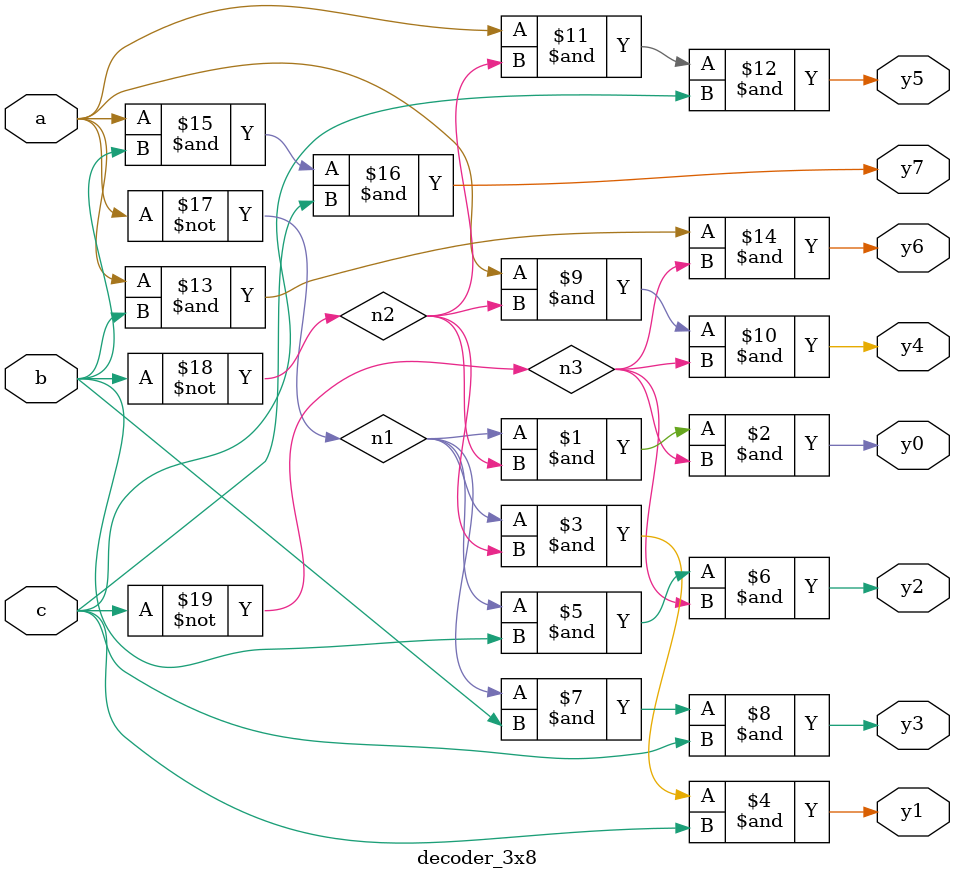
<source format=v>
`timescale 1ns / 1ps

module decoder_3x8(a,b,c,y0,y1,y2,y3,y4,y5,y6,y7);
    input a,b,c;
    output y0,y1,y2,y3,y4,y5,y6,y7;
    wire n1,n2,n3;
    
 not (n1, a);
 not (n2, b);
 not (n3, c);
 
  and (y0, n1, n2, n3);  
  and (y1, n1, n2, c);     
  and (y2, n1, b, n3);   
  and (y3, n1, b, c);       
  and (y4, a, n2, n3);     
  and (y5, a, n2, c);       
  and (y6, a, b, n3);        
  and (y7, a, b, c); 
    

endmodule

</source>
